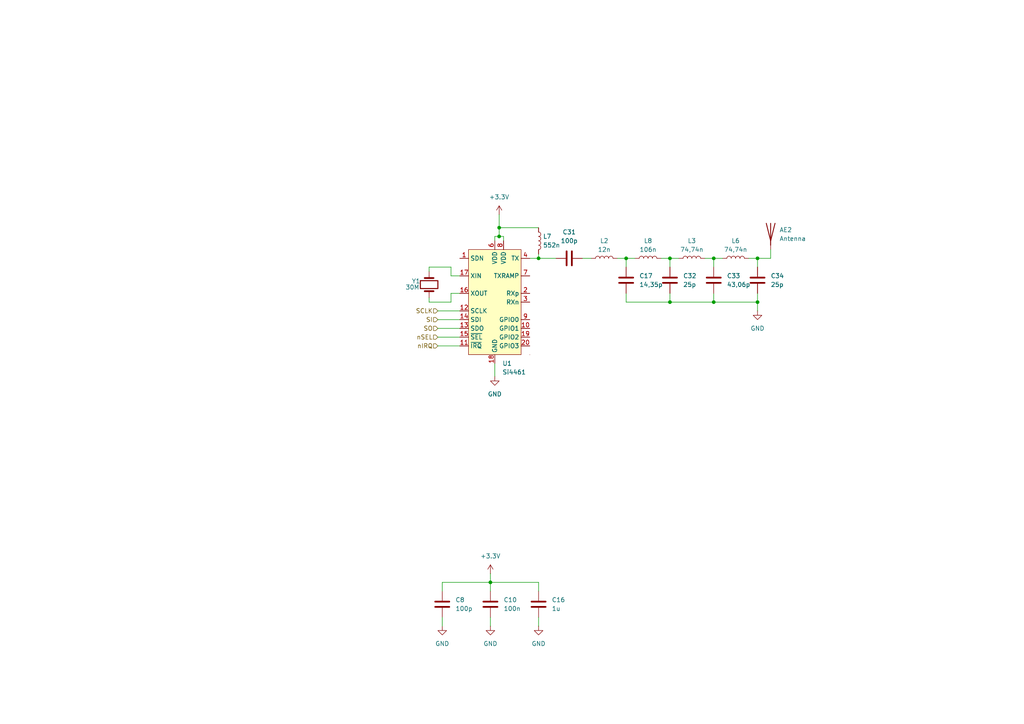
<source format=kicad_sch>
(kicad_sch (version 20231120) (generator "eeschema") (generator_version "8.0")
  (paper "A4")
  (lib_symbols
    (symbol "Device:Antenna" (pin_numbers hide) (pin_names (offset 1.016) hide)
      (property "Reference" "AE" (at -1.905 1.905 0))
      (property "Value" "Antenna" (at -1.905 0 0))
      (symbol "Antenna_0_1"
        (polyline (pts (xy 0 2.54) (xy 0 -3.81)) (stroke (width 0.254)))
        (polyline (pts (xy 1.27 2.54) (xy 0 -2.54) (xy -1.27 2.54)) (stroke (width 0.254)))
      )
      (symbol "Antenna_1_1"
        (pin input line (at 0 -5.08 90) (length 2.54) (name "A") (number "1"))
      )
    )
    (symbol "Device:C" (pin_numbers hide) (pin_names (offset 0.254))
      (property "Reference" "C" (at 0.635 2.54 0))
      (property "Value" "C" (at 0.635 -2.54 0))
      (symbol "C_0_1"
        (polyline (pts (xy -2.032 -0.762) (xy 2.032 -0.762)) (stroke (width 0.508)))
        (polyline (pts (xy -2.032 0.762) (xy 2.032 0.762)) (stroke (width 0.508)))
      )
      (symbol "C_1_1"
        (pin passive line (at 0 3.81 270) (length 2.794) (name "~") (number "1"))
        (pin passive line (at 0 -3.81 90) (length 2.794) (name "~") (number "2"))
      )
    )
    (symbol "Device:Crystal" (pin_numbers hide) (pin_names (offset 1.016) hide)
      (property "Reference" "Y" (at 0 3.81 0))
      (property "Value" "Crystal" (at 0 -3.81 0))
      (symbol "Crystal_0_1"
        (rectangle (start -1.143 2.54) (end 1.143 -2.54) (stroke (width 0.3048)))
        (polyline (pts (xy -2.54 0) (xy -1.905 0)))
        (polyline (pts (xy -1.905 -1.27) (xy -1.905 1.27)) (stroke (width 0.508)))
        (polyline (pts (xy 1.905 -1.27) (xy 1.905 1.27)) (stroke (width 0.508)))
        (polyline (pts (xy 2.54 0) (xy 1.905 0)))
      )
      (symbol "Crystal_1_1"
        (pin passive line (at -3.81 0 0) (length 1.27) (name "1") (number "1"))
        (pin passive line (at 3.81 0 180) (length 1.27) (name "2") (number "2"))
      )
    )
    (symbol "Device:L" (pin_numbers hide) (pin_names (offset 1.016) hide)
      (property "Reference" "L" (at -1.27 0 90))
      (property "Value" "L" (at 1.905 0 90))
      (symbol "L_0_1"
        (arc (start 0 -2.54) (mid 0.6323 -1.905) (end 0 -1.27))
        (arc (start 0 -1.27) (mid 0.6323 -0.635) (end 0 0))
        (arc (start 0 0) (mid 0.6323 0.635) (end 0 1.27))
        (arc (start 0 1.27) (mid 0.6323 1.905) (end 0 2.54))
      )
      (symbol "L_1_1"
        (pin passive line (at 0 3.81 270) (length 1.27) (name "1") (number "1"))
        (pin passive line (at 0 -3.81 90) (length 1.27) (name "2") (number "2"))
      )
    )
    (symbol "RF:Si4461"
      (property "Reference" "U" (at -6.35 16.51 0))
      (property "Value" "Si4461" (at 6.35 16.51 0))
      (symbol "Si4461_0_1"
        (rectangle (start -7.62 15.24) (end 7.62 -15.24) (fill (type background)))
        (rectangle (start 10.16 -15.24) (end 10.16 -15.24))
      )
      (symbol "Si4461_1_1"
        (pin input line (at -10.16 12.7 0) (length 2.54) (name "SDN") (number "1"))
        (pin bidirectional line (at 10.16 -7.62 180) (length 2.54) (name "GPIO1") (number "10"))
        (pin open_collector line (at -10.16 -12.7 0) (length 2.54) (name "~{IRQ}") (number "11"))
        (pin input line (at -10.16 -2.54 0) (length 2.54) (name "SCLK") (number "12"))
        (pin output line (at -10.16 -7.62 0) (length 2.54) (name "SDO") (number "13"))
        (pin input line (at -10.16 -5.08 0) (length 2.54) (name "SDI") (number "14"))
        (pin input line (at -10.16 -10.16 0) (length 2.54) (name "~{SEL}") (number "15"))
        (pin passive line (at -10.16 2.54 0) (length 2.54) (name "XOUT") (number "16"))
        (pin input line (at -10.16 7.62 0) (length 2.54) (name "XIN") (number "17"))
        (pin power_in line (at 0 -17.78 90) (length 2.54) (name "GND") (number "18"))
        (pin bidirectional line (at 10.16 -10.16 180) (length 2.54) (name "GPIO2") (number "19"))
        (pin input line (at 10.16 2.54 180) (length 2.54) (name "RXp") (number "2"))
        (pin bidirectional line (at 10.16 -12.7 180) (length 2.54) (name "GPIO3") (number "20"))
        (pin passive line (at 0 -17.78 90) (length 2.54) hide (name "GND") (number "21"))
        (pin input line (at 10.16 0 180) (length 2.54) (name "RXn") (number "3"))
        (pin output line (at 10.16 12.7 180) (length 2.54) (name "TX") (number "4"))
        (pin no_connect line (at 7.62 -15.24 180) (length 2.54) hide (name "NC") (number "5"))
        (pin power_in line (at 0 17.78 270) (length 2.54) (name "VDD") (number "6"))
        (pin output line (at 10.16 7.62 180) (length 2.54) (name "TXRAMP") (number "7"))
        (pin power_in line (at 2.54 17.78 270) (length 2.54) (name "VDD") (number "8"))
        (pin bidirectional line (at 10.16 -5.08 180) (length 2.54) (name "GPIO0") (number "9"))
      )
    )
    (symbol "power:+3.3V" (power) (pin_numbers hide) (pin_names (offset 0) hide)
      (property "Value" "+3.3V" (at 0 3.556 0))
      (symbol "+3.3V_0_1"
        (polyline (pts (xy -0.762 1.27) (xy 0 2.54)))
        (polyline (pts (xy 0 0) (xy 0 2.54)))
        (polyline (pts (xy 0 2.54) (xy 0.762 1.27)))
      )
      (symbol "+3.3V_1_1"
        (pin power_in line (at 0 0 90) (length 0) (name "~") (number "1"))
      )
    )
    (symbol "power:GND" (power) (pin_numbers hide) (pin_names (offset 0) hide)
      (property "Value" "GND" (at 0 -3.81 0))
      (symbol "GND_0_1"
        (polyline (pts (xy 0 0) (xy 0 -1.27) (xy 1.27 -1.27) (xy 0 -2.54) (xy -1.27 -1.27) (xy 0 -1.27)))
      )
      (symbol "GND_1_1"
        (pin power_in line (at 0 0 270) (length 0) (name "~") (number "1"))
      )
    )
  )
  (junction (at 194.31 87.63))
  (junction (at 207.01 74.93))
  (junction (at 144.78 66.04))
  (junction (at 142.24 168.91))
  (junction (at 194.31 74.93))
  (junction (at 219.71 74.93))
  (junction (at 207.01 87.63))
  (junction (at 181.61 74.93))
  (junction (at 219.71 87.63))
  (junction (at 144.78 68.58))
  (junction (at 156.21 74.93))
  (wire (pts (xy 144.78 66.04) (xy 156.21 66.04)))
  (wire (pts (xy 127 95.25) (xy 133.35 95.25)))
  (wire (pts (xy 133.35 80.01) (xy 130.81 80.01)))
  (wire (pts (xy 142.24 168.91) (xy 142.24 171.45)))
  (wire (pts (xy 127 100.33) (xy 133.35 100.33)))
  (wire (pts (xy 130.81 87.63) (xy 124.46 87.63)))
  (wire (pts (xy 143.51 105.41) (xy 143.51 109.22)))
  (wire (pts (xy 128.27 168.91) (xy 142.24 168.91)))
  (wire (pts (xy 156.21 179.07) (xy 156.21 181.61)))
  (wire (pts (xy 156.21 73.66) (xy 156.21 74.93)))
  (wire (pts (xy 219.71 87.63) (xy 219.71 90.17)))
  (wire (pts (xy 142.24 166.37) (xy 142.24 168.91)))
  (wire (pts (xy 142.24 168.91) (xy 156.21 168.91)))
  (wire (pts (xy 181.61 74.93) (xy 184.15 74.93)))
  (wire (pts (xy 156.21 171.45) (xy 156.21 168.91)))
  (wire (pts (xy 219.71 85.09) (xy 219.71 87.63)))
  (wire (pts (xy 181.61 85.09) (xy 181.61 87.63)))
  (wire (pts (xy 127 97.79) (xy 133.35 97.79)))
  (wire (pts (xy 207.01 74.93) (xy 209.55 74.93)))
  (wire (pts (xy 153.67 74.93) (xy 156.21 74.93)))
  (wire (pts (xy 144.78 68.58) (xy 146.05 68.58)))
  (wire (pts (xy 181.61 87.63) (xy 194.31 87.63)))
  (wire (pts (xy 124.46 87.63) (xy 124.46 86.36)))
  (wire (pts (xy 207.01 87.63) (xy 207.01 85.09)))
  (wire (pts (xy 146.05 68.58) (xy 146.05 69.85)))
  (wire (pts (xy 144.78 66.04) (xy 144.78 68.58)))
  (wire (pts (xy 179.07 74.93) (xy 181.61 74.93)))
  (wire (pts (xy 130.81 80.01) (xy 130.81 77.47)))
  (wire (pts (xy 128.27 171.45) (xy 128.27 168.91)))
  (wire (pts (xy 124.46 77.47) (xy 124.46 78.74)))
  (wire (pts (xy 219.71 74.93) (xy 223.52 74.93)))
  (wire (pts (xy 217.17 74.93) (xy 219.71 74.93)))
  (wire (pts (xy 204.47 74.93) (xy 207.01 74.93)))
  (wire (pts (xy 168.91 74.93) (xy 171.45 74.93)))
  (wire (pts (xy 127 92.71) (xy 133.35 92.71)))
  (wire (pts (xy 191.77 74.93) (xy 194.31 74.93)))
  (wire (pts (xy 219.71 74.93) (xy 219.71 77.47)))
  (wire (pts (xy 143.51 69.85) (xy 143.51 68.58)))
  (wire (pts (xy 144.78 62.23) (xy 144.78 66.04)))
  (wire (pts (xy 133.35 85.09) (xy 130.81 85.09)))
  (wire (pts (xy 219.71 87.63) (xy 207.01 87.63)))
  (wire (pts (xy 194.31 74.93) (xy 196.85 74.93)))
  (wire (pts (xy 130.81 77.47) (xy 124.46 77.47)))
  (wire (pts (xy 127 90.17) (xy 133.35 90.17)))
  (wire (pts (xy 194.31 74.93) (xy 194.31 77.47)))
  (wire (pts (xy 223.52 72.39) (xy 223.52 74.93)))
  (wire (pts (xy 194.31 87.63) (xy 207.01 87.63)))
  (wire (pts (xy 130.81 85.09) (xy 130.81 87.63)))
  (wire (pts (xy 143.51 68.58) (xy 144.78 68.58)))
  (wire (pts (xy 207.01 74.93) (xy 207.01 77.47)))
  (wire (pts (xy 142.24 179.07) (xy 142.24 181.61)))
  (wire (pts (xy 128.27 179.07) (xy 128.27 181.61)))
  (wire (pts (xy 194.31 85.09) (xy 194.31 87.63)))
  (wire (pts (xy 181.61 74.93) (xy 181.61 77.47)))
  (wire (pts (xy 156.21 74.93) (xy 161.29 74.93)))
  (hierarchical_label "nSEL" (shape input) (at 127 97.79 180))
  (hierarchical_label "SCLK" (shape input) (at 127 90.17 180))
  (hierarchical_label "nIRQ" (shape input) (at 127 100.33 180))
  (hierarchical_label "SO" (shape input) (at 127 95.25 180))
  (hierarchical_label "SI" (shape input) (at 127 92.71 180))
  (symbol (lib_id "Device:L") (at 213.36 74.93 90) (unit 1)
    (property "Reference" "L6" (at 213.36 69.85 90))
    (property "Value" "74,74n" (at 213.36 72.39 90))
    (property "Description" "Inductor" (effects (hide yes)))
  )
  (symbol (lib_id "Device:L") (at 187.96 74.93 90) (unit 1)
    (property "Reference" "L8" (at 187.96 69.85 90))
    (property "Value" "106n" (at 187.96 72.39 90))
    (property "Description" "Inductor" (effects (hide yes)))
  )
  (symbol (lib_id "Device:L") (at 175.26 74.93 90) (unit 1)
    (property "Reference" "L2" (at 175.26 69.85 90))
    (property "Value" "12n" (at 175.26 72.39 90))
    (property "Description" "Inductor" (effects (hide yes)))
  )
  (symbol (lib_id "Device:C") (at 219.71 81.28 180) (unit 1)
    (property "Reference" "C34" (at 223.52 80.0099 0) (effects (justify right)))
    (property "Value" "25p" (at 223.52 82.5499 0) (effects (justify right)))
    (property "Description" "Unpolarized capacitor" (effects (hide yes)))
  )
  (symbol (lib_id "Device:Antenna") (at 223.52 67.31 0) (unit 1)
    (property "Reference" "AE2" (at 226.06 66.6749 0) (effects (justify left)))
    (property "Value" "Antenna" (at 226.06 69.2149 0) (effects (justify left)))
    (property "Description" "Antenna" (effects (hide yes)))
  )
  (symbol (lib_id "power:+3.3V") (at 142.24 166.37 0) (unit 1)
    (property "Reference" "#PWR052" (effects (hide yes)))
    (property "Value" "+3.3V" (at 142.24 161.29 0))
    (property "Description" "Power symbol creates a global label with name \"+3.3V\"" (effects (hide yes)))
  )
  (symbol (lib_id "power:+3.3V") (at 144.78 62.23 0) (unit 1)
    (property "Reference" "#PWR015" (effects (hide yes)))
    (property "Value" "+3.3V" (at 144.78 57.15 0))
    (property "Description" "Power symbol creates a global label with name \"+3.3V\"" (effects (hide yes)))
  )
  (symbol (lib_id "Device:C") (at 156.21 175.26 0) (unit 1)
    (property "Reference" "C16" (at 160.02 173.9899 0) (effects (justify left)))
    (property "Value" "1u" (at 160.02 176.5299 0) (effects (justify left)))
    (property "Description" "Unpolarized capacitor" (effects (hide yes)))
  )
  (symbol (lib_id "Device:L") (at 200.66 74.93 90) (unit 1)
    (property "Reference" "L3" (at 200.66 69.85 90))
    (property "Value" "74,74n" (at 200.66 72.39 90))
    (property "Description" "Inductor" (effects (hide yes)))
  )
  (symbol (lib_id "Device:Crystal") (at 124.46 82.55 90) (mirror x) (unit 1)
    (property "Reference" "Y1" (at 121.92 81.534 90) (effects (justify left)))
    (property "Value" "30M" (at 121.666 83.312 90) (effects (justify left)))
    (property "Description" "Two pin crystal" (effects (hide yes)))
  )
  (symbol (lib_id "power:GND") (at 143.51 109.22 0) (unit 1)
    (property "Reference" "#PWR053" (effects (hide yes)))
    (property "Value" "GND" (at 143.51 114.3 0))
    (property "Description" "Power symbol creates a global label with name \"GND\" , ground" (effects (hide yes)))
  )
  (symbol (lib_id "RF:Si4461") (at 143.51 87.63 0) (unit 1)
    (property "Reference" "U1" (at 145.7041 105.41 0) (effects (justify left)))
    (property "Value" "Si4461" (at 145.7041 107.95 0) (effects (justify left)))
    (property "Footprint" "Package_DFN_QFN:QFN-20-1EP_4x4mm_P0.5mm_EP2.6x2.6mm_ThermalVias" (effects (hide yes)))
    (property "Datasheet" "https://www.silabs.com/documents/public/data-sheets/Si4464-63-61-60.pdf" (effects (hide yes)))
    (property "Description" "High-Performance, Low-Current Sub-GHz Transceiver, +16dBm, Major bands 142-1050 MHz, QFN-20" (effects (hide yes)))
  )
  (symbol (lib_id "Device:C") (at 181.61 81.28 180) (unit 1)
    (property "Reference" "C17" (at 185.42 80.0099 0) (effects (justify right)))
    (property "Value" "14,35p" (at 185.42 82.5499 0) (effects (justify right)))
    (property "Description" "Unpolarized capacitor" (effects (hide yes)))
  )
  (symbol (lib_id "Device:C") (at 128.27 175.26 0) (unit 1)
    (property "Reference" "C8" (at 132.08 173.9899 0) (effects (justify left)))
    (property "Value" "100p" (at 132.08 176.5299 0) (effects (justify left)))
    (property "Description" "Unpolarized capacitor" (effects (hide yes)))
  )
  (symbol (lib_id "power:GND") (at 128.27 181.61 0) (unit 1)
    (property "Reference" "#PWR016" (effects (hide yes)))
    (property "Value" "GND" (at 128.27 186.69 0))
    (property "Description" "Power symbol creates a global label with name \"GND\" , ground" (effects (hide yes)))
  )
  (symbol (lib_id "power:GND") (at 219.71 90.17 0) (unit 1)
    (property "Reference" "#PWR019" (effects (hide yes)))
    (property "Value" "GND" (at 219.71 95.25 0))
    (property "Description" "Power symbol creates a global label with name \"GND\" , ground" (effects (hide yes)))
  )
  (symbol (lib_id "Device:C") (at 142.24 175.26 0) (unit 1)
    (property "Reference" "C10" (at 146.05 173.9899 0) (effects (justify left)))
    (property "Value" "100n" (at 146.05 176.5299 0) (effects (justify left)))
    (property "Description" "Unpolarized capacitor" (effects (hide yes)))
  )
  (symbol (lib_id "Device:L") (at 156.21 69.85 0) (unit 1)
    (property "Reference" "L7" (at 157.48 68.5799 0) (effects (justify left)))
    (property "Value" "552n" (at 157.48 71.1199 0) (effects (justify left)))
    (property "Description" "Inductor" (effects (hide yes)))
  )
  (symbol (lib_id "power:GND") (at 156.21 181.61 0) (unit 1)
    (property "Reference" "#PWR018" (effects (hide yes)))
    (property "Value" "GND" (at 156.21 186.69 0))
    (property "Description" "Power symbol creates a global label with name \"GND\" , ground" (effects (hide yes)))
  )
  (symbol (lib_id "Device:C") (at 165.1 74.93 90) (unit 1)
    (property "Reference" "C31" (at 165.1 67.31 90))
    (property "Value" "100p" (at 165.1 69.85 90))
    (property "Description" "Unpolarized capacitor" (effects (hide yes)))
  )
  (symbol (lib_id "Device:C") (at 207.01 81.28 180) (unit 1)
    (property "Reference" "C33" (at 210.82 80.0099 0) (effects (justify right)))
    (property "Value" "43,06p" (at 210.82 82.5499 0) (effects (justify right)))
    (property "Description" "Unpolarized capacitor" (effects (hide yes)))
  )
  (symbol (lib_id "power:GND") (at 142.24 181.61 0) (unit 1)
    (property "Reference" "#PWR014" (effects (hide yes)))
    (property "Value" "GND" (at 142.24 186.69 0))
    (property "Description" "Power symbol creates a global label with name \"GND\" , ground" (effects (hide yes)))
  )
  (symbol (lib_id "Device:C") (at 194.31 81.28 180) (unit 1)
    (property "Reference" "C32" (at 198.12 80.0099 0) (effects (justify right)))
    (property "Value" "25p" (at 198.12 82.5499 0) (effects (justify right)))
    (property "Description" "Unpolarized capacitor" (effects (hide yes)))
  )
)
</source>
